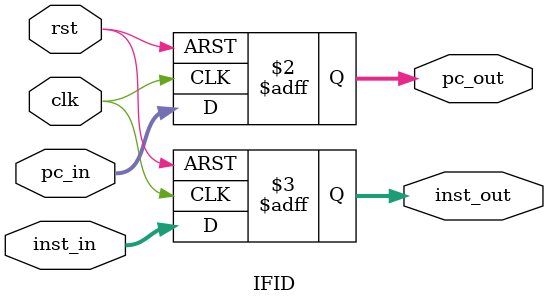
<source format=v>

`timescale 1ns/10ps
module IFID(pc_out,
			inst_out,
			pc_in,
			inst_in,
			clk,
			rst
			);
			
input [31:0] pc_in;
input [31:0] inst_in;
input clk;
input rst;


output reg	[31:0] pc_out;
output reg	[31:0] inst_out;

always @ (posedge clk or posedge rst)
begin
	if(rst) begin
		pc_out <= 32'd0;
		inst_out <= 32'd0;
	end
	else begin
		pc_out <= pc_in;
		inst_out <= inst_in;
		end
	end

endmodule

</source>
